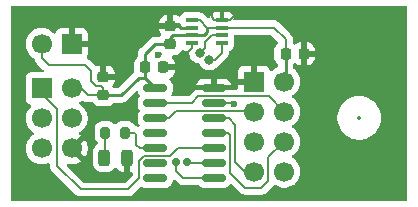
<source format=gtl>
%TF.GenerationSoftware,KiCad,Pcbnew,9.0.5*%
%TF.CreationDate,2025-11-26T16:17:29+01:00*%
%TF.ProjectId,Stacja_pogody_SD,53746163-6a61-45f7-906f-676f64795f53,rev?*%
%TF.SameCoordinates,Original*%
%TF.FileFunction,Copper,L1,Top*%
%TF.FilePolarity,Positive*%
%FSLAX46Y46*%
G04 Gerber Fmt 4.6, Leading zero omitted, Abs format (unit mm)*
G04 Created by KiCad (PCBNEW 9.0.5) date 2025-11-26 16:17:29*
%MOMM*%
%LPD*%
G01*
G04 APERTURE LIST*
G04 Aperture macros list*
%AMRoundRect*
0 Rectangle with rounded corners*
0 $1 Rounding radius*
0 $2 $3 $4 $5 $6 $7 $8 $9 X,Y pos of 4 corners*
0 Add a 4 corners polygon primitive as box body*
4,1,4,$2,$3,$4,$5,$6,$7,$8,$9,$2,$3,0*
0 Add four circle primitives for the rounded corners*
1,1,$1+$1,$2,$3*
1,1,$1+$1,$4,$5*
1,1,$1+$1,$6,$7*
1,1,$1+$1,$8,$9*
0 Add four rect primitives between the rounded corners*
20,1,$1+$1,$2,$3,$4,$5,0*
20,1,$1+$1,$4,$5,$6,$7,0*
20,1,$1+$1,$6,$7,$8,$9,0*
20,1,$1+$1,$8,$9,$2,$3,0*%
G04 Aperture macros list end*
%TA.AperFunction,SMDPad,CuDef*%
%ADD10R,1.000000X0.350000*%
%TD*%
%TA.AperFunction,ComponentPad*%
%ADD11R,1.700000X1.700000*%
%TD*%
%TA.AperFunction,ComponentPad*%
%ADD12C,1.700000*%
%TD*%
%TA.AperFunction,SMDPad,CuDef*%
%ADD13RoundRect,0.225000X-0.250000X0.225000X-0.250000X-0.225000X0.250000X-0.225000X0.250000X0.225000X0*%
%TD*%
%TA.AperFunction,SMDPad,CuDef*%
%ADD14RoundRect,0.200000X0.200000X0.275000X-0.200000X0.275000X-0.200000X-0.275000X0.200000X-0.275000X0*%
%TD*%
%TA.AperFunction,SMDPad,CuDef*%
%ADD15RoundRect,0.225000X0.225000X0.250000X-0.225000X0.250000X-0.225000X-0.250000X0.225000X-0.250000X0*%
%TD*%
%TA.AperFunction,SMDPad,CuDef*%
%ADD16RoundRect,0.243750X0.243750X0.456250X-0.243750X0.456250X-0.243750X-0.456250X0.243750X-0.456250X0*%
%TD*%
%TA.AperFunction,SMDPad,CuDef*%
%ADD17RoundRect,0.150000X-0.825000X-0.150000X0.825000X-0.150000X0.825000X0.150000X-0.825000X0.150000X0*%
%TD*%
%TA.AperFunction,ViaPad*%
%ADD18C,0.600000*%
%TD*%
%TA.AperFunction,ViaPad*%
%ADD19C,0.700000*%
%TD*%
%TA.AperFunction,ViaPad*%
%ADD20C,0.800000*%
%TD*%
%TA.AperFunction,Conductor*%
%ADD21C,0.200000*%
%TD*%
%TA.AperFunction,Conductor*%
%ADD22C,0.150000*%
%TD*%
%TA.AperFunction,Conductor*%
%ADD23C,0.250000*%
%TD*%
%ADD24C,0.300000*%
%ADD25C,0.350000*%
G04 APERTURE END LIST*
D10*
%TO.P,U3,1,GND*%
%TO.N,GND*%
X132390000Y-35710000D03*
%TO.P,U3,2,CSB*%
%TO.N,VCC*%
X132390000Y-36360000D03*
%TO.P,U3,3,SDI*%
%TO.N,/BME_SDA*%
X132390000Y-37010000D03*
%TO.P,U3,4,SCK*%
%TO.N,/BME_SCL*%
X132390000Y-37660000D03*
%TO.P,U3,5,SDO*%
%TO.N,GND*%
X129840000Y-37660000D03*
%TO.P,U3,6,VDDIO*%
%TO.N,VCC*%
X129840000Y-37010000D03*
%TO.P,U3,7,GND*%
%TO.N,GND*%
X129840000Y-36360000D03*
%TO.P,U3,8,VDD*%
%TO.N,VCC*%
X129840000Y-35710000D03*
%TD*%
D11*
%TO.P,J1,1,Pin_1*%
%TO.N,GND*%
X119645000Y-37750000D03*
D12*
%TO.P,J1,2,Pin_2*%
%TO.N,VCC*%
X117105000Y-37750000D03*
%TD*%
D11*
%TO.P,J2,1,Pin_1*%
%TO.N,/UPDI*%
X117115000Y-41500000D03*
D12*
%TO.P,J2,2,Pin_2*%
%TO.N,VCC*%
X119655000Y-41500000D03*
%TO.P,J2,3,Pin_3*%
%TO.N,unconnected-(J2-Pin_3-Pad3)*%
X117115000Y-44040000D03*
%TO.P,J2,4,Pin_4*%
%TO.N,unconnected-(J2-Pin_4-Pad4)*%
X119655000Y-44040000D03*
%TO.P,J2,5,Pin_5*%
%TO.N,unconnected-(J2-Pin_5-Pad5)*%
X117115000Y-46580000D03*
%TO.P,J2,6,Pin_6*%
%TO.N,GND*%
X119655000Y-46580000D03*
%TD*%
D13*
%TO.P,C1,1*%
%TO.N,GND*%
X128000000Y-36225000D03*
%TO.P,C1,2*%
%TO.N,VCC*%
X128000000Y-37775000D03*
%TD*%
D14*
%TO.P,R1,1*%
%TO.N,Net-(U2-PA7)*%
X124150000Y-45260000D03*
%TO.P,R1,2*%
%TO.N,Net-(D1-A)*%
X122500000Y-45260000D03*
%TD*%
D13*
%TO.P,C4,1*%
%TO.N,GND*%
X122325000Y-40535000D03*
%TO.P,C4,2*%
%TO.N,VCC*%
X122325000Y-42085000D03*
%TD*%
D15*
%TO.P,C3,1*%
%TO.N,GND*%
X127425000Y-39720000D03*
%TO.P,C3,2*%
%TO.N,VCC*%
X125875000Y-39720000D03*
%TD*%
D16*
%TO.P,D1,1,K*%
%TO.N,GND*%
X124302500Y-47370000D03*
%TO.P,D1,2,A*%
%TO.N,Net-(D1-A)*%
X122427500Y-47370000D03*
%TD*%
D15*
%TO.P,C2,1*%
%TO.N,GND*%
X139305000Y-38590000D03*
%TO.P,C2,2*%
%TO.N,VCC*%
X137755000Y-38590000D03*
%TD*%
D11*
%TO.P,U1,1,GND*%
%TO.N,GND*%
X135100000Y-40940000D03*
D12*
%TO.P,U1,2,VCC*%
%TO.N,VCC*%
X137640000Y-40940000D03*
%TO.P,U1,3,CE*%
%TO.N,/NRF_CE*%
X135100000Y-43480000D03*
%TO.P,U1,4,~{CSN}*%
%TO.N,/NRF_CSN*%
X137640000Y-43480000D03*
%TO.P,U1,5,SCK*%
%TO.N,/NRF_SCK*%
X135100000Y-46020000D03*
%TO.P,U1,6,MOSI*%
%TO.N,/NRF_MOSI*%
X137640000Y-46020000D03*
%TO.P,U1,7,MISO*%
%TO.N,/NRF_MISO*%
X135100000Y-48560000D03*
%TO.P,U1,8,IRQ*%
%TO.N,unconnected-(U1-IRQ-Pad8)*%
X137640000Y-48560000D03*
%TD*%
D17*
%TO.P,U2,1,VCC*%
%TO.N,VCC*%
X126735000Y-41497500D03*
%TO.P,U2,2,PA4*%
%TO.N,/NRF_CSN*%
X126735000Y-42767500D03*
%TO.P,U2,3,PA5*%
%TO.N,/NRF_CE*%
X126735000Y-44037500D03*
%TO.P,U2,4,PA6*%
%TO.N,unconnected-(U2-PA6-Pad4)*%
X126735000Y-45307500D03*
%TO.P,U2,5,PA7*%
%TO.N,Net-(U2-PA7)*%
X126735000Y-46577500D03*
%TO.P,U2,6,PB3*%
%TO.N,unconnected-(U2-PB3-Pad6)*%
X126735000Y-47847500D03*
%TO.P,U2,7,PB2*%
%TO.N,unconnected-(U2-PB2-Pad7)*%
X126735000Y-49117500D03*
%TO.P,U2,8,PB1*%
%TO.N,/BME_SDA*%
X131685000Y-49117500D03*
%TO.P,U2,9,PB0*%
%TO.N,/BME_SCL*%
X131685000Y-47847500D03*
%TO.P,U2,10,~{RESET}/PA0*%
%TO.N,/UPDI*%
X131685000Y-46577500D03*
%TO.P,U2,11,PA1*%
%TO.N,/NRF_MOSI*%
X131685000Y-45307500D03*
%TO.P,U2,12,PA2*%
%TO.N,/NRF_MISO*%
X131685000Y-44037500D03*
%TO.P,U2,13,PA3*%
%TO.N,/NRF_SCK*%
X131685000Y-42767500D03*
%TO.P,U2,14,GND*%
%TO.N,GND*%
X131685000Y-41497500D03*
%TD*%
D18*
%TO.N,GND*%
X134280000Y-35180000D03*
X126950000Y-38710000D03*
X131110000Y-34880000D03*
X124020000Y-49110000D03*
X140810000Y-39270000D03*
X135040000Y-38160000D03*
X126420000Y-36230000D03*
X132520000Y-39750000D03*
X123830000Y-40520000D03*
X120540000Y-48750000D03*
X121740000Y-49080000D03*
X128860000Y-39080000D03*
%TO.N,/NRF_SCK*%
X133400000Y-42840000D03*
D19*
%TO.N,/BME_SDA*%
X128500000Y-47720000D03*
D20*
X130500000Y-38500000D03*
%TO.N,/BME_SCL*%
X131304726Y-39093650D03*
D19*
X129398205Y-47776848D03*
%TD*%
D21*
%TO.N,GND*%
X131510000Y-35280000D02*
X131510000Y-35480000D01*
X131510000Y-35480000D02*
X131740000Y-35710000D01*
X131110000Y-34880000D02*
X131510000Y-35280000D01*
X131740000Y-35710000D02*
X132390000Y-35710000D01*
X133590000Y-35180000D02*
X134280000Y-35180000D01*
X133060000Y-35710000D02*
X133590000Y-35180000D01*
X132390000Y-35710000D02*
X133060000Y-35710000D01*
X129840000Y-38100000D02*
X128860000Y-39080000D01*
X129840000Y-37660000D02*
X129840000Y-38100000D01*
%TO.N,VCC*%
X117105000Y-38945000D02*
X117105000Y-37750000D01*
X117720000Y-39560000D02*
X117105000Y-38945000D01*
X120790000Y-39560000D02*
X117720000Y-39560000D01*
X121680000Y-41300000D02*
X121270000Y-40890000D01*
X121270000Y-40040000D02*
X120790000Y-39560000D01*
X122140000Y-41300000D02*
X121680000Y-41300000D01*
X121270000Y-40890000D02*
X121270000Y-40040000D01*
X122330000Y-41490000D02*
X122140000Y-41300000D01*
X122325000Y-42085000D02*
X122325000Y-41495000D01*
X122325000Y-41495000D02*
X122330000Y-41490000D01*
X120995000Y-42085000D02*
X122325000Y-42085000D01*
X119655000Y-41500000D02*
X120410000Y-41500000D01*
X120410000Y-41500000D02*
X120995000Y-42085000D01*
D22*
%TO.N,Net-(U2-PA7)*%
X125110000Y-45410000D02*
X125110000Y-46290000D01*
X124950000Y-45250000D02*
X125110000Y-45410000D01*
X125397500Y-46577500D02*
X126735000Y-46577500D01*
X124940000Y-45260000D02*
X124950000Y-45250000D01*
X125110000Y-46290000D02*
X125397500Y-46577500D01*
X124150000Y-45260000D02*
X124940000Y-45260000D01*
%TO.N,/NRF_CE*%
X128458500Y-43461500D02*
X135081500Y-43461500D01*
X127882500Y-44037500D02*
X128458500Y-43461500D01*
X126735000Y-44037500D02*
X127882500Y-44037500D01*
X135081500Y-43461500D02*
X135100000Y-43480000D01*
D23*
%TO.N,VCC*%
X125312500Y-40637500D02*
X125875000Y-40637500D01*
X123865000Y-42085000D02*
X125312500Y-40637500D01*
X122325000Y-42085000D02*
X123865000Y-42085000D01*
D22*
%TO.N,/NRF_MOSI*%
X136310000Y-49320000D02*
X136310000Y-47350000D01*
X133070000Y-48660000D02*
X134360000Y-49950000D01*
X133070000Y-45470000D02*
X133070000Y-48660000D01*
X134360000Y-49950000D02*
X135680000Y-49950000D01*
X135680000Y-49950000D02*
X136310000Y-49320000D01*
X132907500Y-45307500D02*
X133070000Y-45470000D01*
X131685000Y-45307500D02*
X132907500Y-45307500D01*
X136310000Y-47350000D02*
X137640000Y-46020000D01*
%TO.N,/NRF_MISO*%
X133500000Y-44590000D02*
X133500000Y-47760000D01*
X133500000Y-47760000D02*
X134300000Y-48560000D01*
X132947500Y-44037500D02*
X133500000Y-44590000D01*
X134300000Y-48560000D02*
X135100000Y-48560000D01*
X131685000Y-44037500D02*
X132947500Y-44037500D01*
%TO.N,/BME_SCL*%
X132390000Y-38500000D02*
X132390000Y-37660000D01*
X131796350Y-39093650D02*
X132390000Y-38500000D01*
X131304726Y-39093650D02*
X131796350Y-39093650D01*
%TO.N,/BME_SDA*%
X131490000Y-37010000D02*
X132390000Y-37010000D01*
X130950000Y-37550000D02*
X131490000Y-37010000D01*
X130950000Y-38050000D02*
X130950000Y-37550000D01*
X130500000Y-38500000D02*
X130950000Y-38050000D01*
D21*
%TO.N,VCC*%
X137755000Y-37345000D02*
X137755000Y-38590000D01*
X136770000Y-36360000D02*
X137755000Y-37345000D01*
X132390000Y-36360000D02*
X136770000Y-36360000D01*
D23*
X131150000Y-36710000D02*
X131150000Y-36360000D01*
X130850000Y-37010000D02*
X131150000Y-36710000D01*
X129840000Y-37010000D02*
X130850000Y-37010000D01*
D21*
X131150000Y-36360000D02*
X132390000Y-36360000D01*
X130500000Y-35710000D02*
X131150000Y-36360000D01*
X129840000Y-35710000D02*
X130500000Y-35710000D01*
D23*
X128210000Y-37010000D02*
X129840000Y-37010000D01*
X128000000Y-37220000D02*
X128210000Y-37010000D01*
X128000000Y-37775000D02*
X128000000Y-37220000D01*
%TO.N,GND*%
X128000000Y-36225000D02*
X128755000Y-36225000D01*
X128755000Y-36225000D02*
X128890000Y-36360000D01*
X128890000Y-36360000D02*
X129840000Y-36360000D01*
D21*
X128220000Y-39720000D02*
X128860000Y-39080000D01*
X124020000Y-49110000D02*
X124300000Y-48830000D01*
X127425000Y-39720000D02*
X128220000Y-39720000D01*
X122340000Y-40520000D02*
X122325000Y-40535000D01*
D23*
X134542500Y-41497500D02*
X135100000Y-40940000D01*
D21*
X124300000Y-48830000D02*
X124300000Y-48620000D01*
X124300000Y-48620000D02*
X124302500Y-48617500D01*
X124302500Y-48617500D02*
X124302500Y-47370000D01*
D23*
X128000000Y-36225000D02*
X126425000Y-36225000D01*
X126425000Y-36225000D02*
X126420000Y-36230000D01*
D21*
X123830000Y-40520000D02*
X122340000Y-40520000D01*
D23*
%TO.N,VCC*%
X125875000Y-40637500D02*
X126735000Y-41497500D01*
X125875000Y-40055000D02*
X125875000Y-39720000D01*
X125875000Y-38595000D02*
X126695000Y-37775000D01*
X137755000Y-38590000D02*
X137755000Y-40825000D01*
X125875000Y-39720000D02*
X125875000Y-40637500D01*
X125875000Y-39720000D02*
X125875000Y-38595000D01*
X137755000Y-40825000D02*
X137640000Y-40940000D01*
X126735000Y-41497500D02*
X126437500Y-41497500D01*
X119655000Y-41500000D02*
X119660000Y-41500000D01*
X126695000Y-37775000D02*
X128000000Y-37775000D01*
D22*
%TO.N,/NRF_SCK*%
X131685000Y-42767500D02*
X133327500Y-42767500D01*
X133327500Y-42767500D02*
X133400000Y-42840000D01*
%TO.N,/NRF_CSN*%
X126735000Y-42767500D02*
X129802500Y-42767500D01*
X130378500Y-42191500D02*
X136351500Y-42191500D01*
X129802500Y-42767500D02*
X130378500Y-42191500D01*
X136351500Y-42191500D02*
X137640000Y-43480000D01*
D23*
X126735000Y-42767500D02*
X127542500Y-42767500D01*
D22*
%TO.N,/BME_SDA*%
X129117500Y-49117500D02*
X128500000Y-48500000D01*
X128500000Y-48500000D02*
X128500000Y-47720000D01*
X131685000Y-49117500D02*
X129117500Y-49117500D01*
%TO.N,/BME_SCL*%
X131685000Y-47847500D02*
X129468857Y-47847500D01*
X129468857Y-47847500D02*
X129398205Y-47776848D01*
%TO.N,/UPDI*%
X125760888Y-47240000D02*
X125380000Y-47620888D01*
X117115000Y-41955000D02*
X117115000Y-41500000D01*
X127960000Y-47240000D02*
X125760888Y-47240000D01*
X125380000Y-47620888D02*
X125380000Y-49120000D01*
X118380000Y-48040000D02*
X118380000Y-43260000D01*
X128622500Y-46577500D02*
X127960000Y-47240000D01*
X131685000Y-46577500D02*
X128622500Y-46577500D01*
X118380000Y-43260000D02*
X118400000Y-43240000D01*
X125380000Y-49120000D02*
X124440000Y-50060000D01*
X124440000Y-50060000D02*
X120400000Y-50060000D01*
X118400000Y-43240000D02*
X117115000Y-41955000D01*
X120400000Y-50060000D02*
X118380000Y-48040000D01*
%TO.N,Net-(D1-A)*%
X122500000Y-47297500D02*
X122427500Y-47370000D01*
X122500000Y-45260000D02*
X122500000Y-47297500D01*
%TD*%
%TA.AperFunction,Conductor*%
%TO.N,GND*%
G36*
X125205111Y-41731992D02*
G01*
X125261044Y-41773864D01*
X125280853Y-41813579D01*
X125308254Y-41907893D01*
X125308255Y-41907896D01*
X125391917Y-42049362D01*
X125396702Y-42055531D01*
X125394256Y-42057427D01*
X125420857Y-42106142D01*
X125415873Y-42175834D01*
X125395069Y-42208203D01*
X125396702Y-42209469D01*
X125391917Y-42215637D01*
X125308255Y-42357103D01*
X125308254Y-42357106D01*
X125262402Y-42514926D01*
X125262401Y-42514932D01*
X125259500Y-42551798D01*
X125259500Y-42983201D01*
X125262401Y-43020067D01*
X125262402Y-43020073D01*
X125308254Y-43177893D01*
X125308255Y-43177896D01*
X125391917Y-43319362D01*
X125396702Y-43325531D01*
X125394256Y-43327427D01*
X125420857Y-43376142D01*
X125415873Y-43445834D01*
X125395069Y-43478203D01*
X125396702Y-43479469D01*
X125391917Y-43485637D01*
X125308255Y-43627103D01*
X125308254Y-43627106D01*
X125262402Y-43784926D01*
X125262401Y-43784932D01*
X125259500Y-43821798D01*
X125259500Y-44253201D01*
X125262401Y-44290067D01*
X125262402Y-44290073D01*
X125308254Y-44447893D01*
X125308255Y-44447896D01*
X125376940Y-44564037D01*
X125394123Y-44631761D01*
X125371963Y-44698024D01*
X125317497Y-44741787D01*
X125248017Y-44749156D01*
X125230367Y-44744583D01*
X125218788Y-44740654D01*
X125172135Y-44713719D01*
X125025766Y-44674500D01*
X125023810Y-44674500D01*
X125012622Y-44670704D01*
X124987226Y-44652852D01*
X124960709Y-44636689D01*
X124956826Y-44631482D01*
X124955461Y-44630523D01*
X124954678Y-44628602D01*
X124946346Y-44617429D01*
X124905472Y-44549815D01*
X124905470Y-44549813D01*
X124905469Y-44549811D01*
X124785188Y-44429530D01*
X124673131Y-44361789D01*
X124639606Y-44341522D01*
X124477196Y-44290914D01*
X124477194Y-44290913D01*
X124477192Y-44290913D01*
X124427778Y-44286423D01*
X124406616Y-44284500D01*
X123893384Y-44284500D01*
X123874145Y-44286248D01*
X123822807Y-44290913D01*
X123660393Y-44341522D01*
X123514811Y-44429530D01*
X123514810Y-44429531D01*
X123412681Y-44531661D01*
X123351358Y-44565146D01*
X123281666Y-44560162D01*
X123237319Y-44531661D01*
X123135188Y-44429530D01*
X123023131Y-44361789D01*
X122989606Y-44341522D01*
X122827196Y-44290914D01*
X122827194Y-44290913D01*
X122827192Y-44290913D01*
X122777778Y-44286423D01*
X122756616Y-44284500D01*
X122243384Y-44284500D01*
X122224145Y-44286248D01*
X122172807Y-44290913D01*
X122010393Y-44341522D01*
X121864811Y-44429530D01*
X121744530Y-44549811D01*
X121656522Y-44695393D01*
X121605913Y-44857807D01*
X121599500Y-44928386D01*
X121599500Y-45591613D01*
X121605913Y-45662192D01*
X121605913Y-45662194D01*
X121605914Y-45662196D01*
X121656522Y-45824606D01*
X121727257Y-45941616D01*
X121744530Y-45970188D01*
X121843952Y-46069610D01*
X121877437Y-46130933D01*
X121872453Y-46200625D01*
X121830581Y-46256558D01*
X121821369Y-46262829D01*
X121718997Y-46325973D01*
X121595974Y-46448996D01*
X121595971Y-46449000D01*
X121504642Y-46597066D01*
X121504637Y-46597077D01*
X121449913Y-46762223D01*
X121439500Y-46864144D01*
X121439500Y-47875855D01*
X121449913Y-47977776D01*
X121504637Y-48142922D01*
X121504642Y-48142933D01*
X121595971Y-48290999D01*
X121595974Y-48291003D01*
X121718996Y-48414025D01*
X121719000Y-48414028D01*
X121867066Y-48505357D01*
X121867069Y-48505358D01*
X121867075Y-48505362D01*
X122032225Y-48560087D01*
X122134152Y-48570500D01*
X122134157Y-48570500D01*
X122720843Y-48570500D01*
X122720848Y-48570500D01*
X122822775Y-48560087D01*
X122987925Y-48505362D01*
X123136003Y-48414026D01*
X123259026Y-48291003D01*
X123259755Y-48289821D01*
X123260466Y-48289181D01*
X123263507Y-48285336D01*
X123264163Y-48285855D01*
X123311701Y-48243097D01*
X123380664Y-48231873D01*
X123444746Y-48259715D01*
X123466761Y-48285123D01*
X123466888Y-48285023D01*
X123469113Y-48287838D01*
X123470833Y-48289822D01*
X123471365Y-48290685D01*
X123471369Y-48290690D01*
X123594308Y-48413629D01*
X123742285Y-48504903D01*
X123742290Y-48504905D01*
X123907326Y-48559592D01*
X124009184Y-48569999D01*
X124009197Y-48570000D01*
X124052500Y-48570000D01*
X124052500Y-47494000D01*
X124072185Y-47426961D01*
X124124989Y-47381206D01*
X124176500Y-47370000D01*
X124428500Y-47370000D01*
X124495539Y-47389685D01*
X124541294Y-47442489D01*
X124552500Y-47494000D01*
X124552500Y-48570000D01*
X124595803Y-48570000D01*
X124595815Y-48569999D01*
X124667897Y-48562635D01*
X124682971Y-48565437D01*
X124698147Y-48563255D01*
X124716622Y-48571692D01*
X124736590Y-48575404D01*
X124747756Y-48585910D01*
X124761703Y-48592280D01*
X124772683Y-48609365D01*
X124787475Y-48623284D01*
X124791751Y-48639037D01*
X124799477Y-48651058D01*
X124804500Y-48685993D01*
X124804500Y-48830258D01*
X124784815Y-48897297D01*
X124768181Y-48917939D01*
X124237939Y-49448181D01*
X124176616Y-49481666D01*
X124150258Y-49484500D01*
X120689742Y-49484500D01*
X120622703Y-49464815D01*
X120602061Y-49448181D01*
X119266249Y-48112369D01*
X119232764Y-48051046D01*
X119237748Y-47981354D01*
X119279620Y-47925421D01*
X119345084Y-47901004D01*
X119373328Y-47902215D01*
X119548754Y-47930000D01*
X119761246Y-47930000D01*
X119971127Y-47896757D01*
X119971130Y-47896757D01*
X120173217Y-47831095D01*
X120362554Y-47734622D01*
X120416716Y-47695270D01*
X120416717Y-47695270D01*
X119784409Y-47062962D01*
X119847993Y-47045925D01*
X119962007Y-46980099D01*
X120055099Y-46887007D01*
X120120925Y-46772993D01*
X120137962Y-46709408D01*
X120770270Y-47341717D01*
X120770270Y-47341716D01*
X120809622Y-47287554D01*
X120906095Y-47098217D01*
X120971757Y-46896130D01*
X120971757Y-46896127D01*
X121005000Y-46686246D01*
X121005000Y-46473753D01*
X120971757Y-46263872D01*
X120971757Y-46263869D01*
X120906095Y-46061782D01*
X120809624Y-45872449D01*
X120770270Y-45818282D01*
X120770269Y-45818282D01*
X120137962Y-46450590D01*
X120120925Y-46387007D01*
X120055099Y-46272993D01*
X119962007Y-46179901D01*
X119847993Y-46114075D01*
X119784407Y-46097036D01*
X120416716Y-45464728D01*
X120362547Y-45425373D01*
X120362547Y-45425372D01*
X120353500Y-45420763D01*
X120302706Y-45372788D01*
X120285912Y-45304966D01*
X120308451Y-45238832D01*
X120353508Y-45199793D01*
X120362816Y-45195051D01*
X120446015Y-45134604D01*
X120534786Y-45070109D01*
X120534788Y-45070106D01*
X120534792Y-45070104D01*
X120685104Y-44919792D01*
X120685106Y-44919788D01*
X120685109Y-44919786D01*
X120810048Y-44747820D01*
X120810047Y-44747820D01*
X120810051Y-44747816D01*
X120906557Y-44558412D01*
X120972246Y-44356243D01*
X121005500Y-44146287D01*
X121005500Y-43933713D01*
X120972246Y-43723757D01*
X120906557Y-43521588D01*
X120810051Y-43332184D01*
X120810049Y-43332181D01*
X120810048Y-43332179D01*
X120685109Y-43160213D01*
X120534786Y-43009890D01*
X120362820Y-42884951D01*
X120358926Y-42882967D01*
X120354054Y-42880485D01*
X120351256Y-42877842D01*
X120347523Y-42876906D01*
X120326059Y-42854045D01*
X120303259Y-42832512D01*
X120302333Y-42828775D01*
X120299698Y-42825968D01*
X120294000Y-42795127D01*
X120286463Y-42764692D01*
X120287704Y-42761048D01*
X120287005Y-42757261D01*
X120298886Y-42728233D01*
X120308999Y-42698556D01*
X120312436Y-42695128D01*
X120313472Y-42692599D01*
X120321705Y-42685886D01*
X120339203Y-42668441D01*
X120346315Y-42663458D01*
X120362816Y-42655051D01*
X120484034Y-42566981D01*
X120484907Y-42566370D01*
X120517026Y-42555530D01*
X120548974Y-42544131D01*
X120550056Y-42544382D01*
X120551108Y-42544028D01*
X120583997Y-42552275D01*
X120617028Y-42559957D01*
X120618494Y-42560926D01*
X120618879Y-42561023D01*
X120619269Y-42561438D01*
X120619643Y-42561686D01*
X120713095Y-42615639D01*
X120713097Y-42615641D01*
X120751151Y-42637611D01*
X120763215Y-42644577D01*
X120915943Y-42685501D01*
X120915946Y-42685501D01*
X121081653Y-42685501D01*
X121081669Y-42685500D01*
X121384996Y-42685500D01*
X121452035Y-42705185D01*
X121490535Y-42744404D01*
X121502031Y-42763043D01*
X121621955Y-42882967D01*
X121621959Y-42882970D01*
X121766294Y-42971998D01*
X121766297Y-42971999D01*
X121766303Y-42972003D01*
X121927292Y-43025349D01*
X122026655Y-43035500D01*
X122623344Y-43035499D01*
X122623352Y-43035498D01*
X122623355Y-43035498D01*
X122677760Y-43029940D01*
X122722708Y-43025349D01*
X122883697Y-42972003D01*
X123028044Y-42882968D01*
X123147968Y-42763044D01*
X123147971Y-42763038D01*
X123152276Y-42757595D01*
X123209296Y-42717215D01*
X123249547Y-42710500D01*
X123926607Y-42710500D01*
X123987029Y-42698481D01*
X124047452Y-42686463D01*
X124100475Y-42664500D01*
X124106281Y-42662094D01*
X124106288Y-42662093D01*
X124161281Y-42639314D01*
X124161280Y-42639314D01*
X124161286Y-42639312D01*
X124212509Y-42605084D01*
X124263733Y-42570858D01*
X124350858Y-42483733D01*
X124350859Y-42483731D01*
X124357925Y-42476665D01*
X124357927Y-42476661D01*
X125074097Y-41760492D01*
X125135419Y-41727008D01*
X125205111Y-41731992D01*
G37*
%TD.AperFunction*%
%TA.AperFunction,Conductor*%
G36*
X136536942Y-36980185D02*
G01*
X136557584Y-36996819D01*
X137118181Y-37557416D01*
X137132884Y-37584343D01*
X137149477Y-37610162D01*
X137150368Y-37616362D01*
X137151666Y-37618739D01*
X137154500Y-37645097D01*
X137154500Y-37649995D01*
X137134815Y-37717034D01*
X137095600Y-37755532D01*
X137076954Y-37767033D01*
X136957029Y-37886959D01*
X136868001Y-38031294D01*
X136867996Y-38031305D01*
X136814651Y-38192290D01*
X136804500Y-38291647D01*
X136804500Y-38888337D01*
X136804501Y-38888355D01*
X136814650Y-38987707D01*
X136814651Y-38987710D01*
X136867996Y-39148694D01*
X136868001Y-39148705D01*
X136957029Y-39293040D01*
X136957032Y-39293044D01*
X137076956Y-39412968D01*
X137076963Y-39412972D01*
X137082404Y-39417274D01*
X137084074Y-39419632D01*
X137086703Y-39420833D01*
X137104140Y-39447966D01*
X137122785Y-39474293D01*
X137123389Y-39477919D01*
X137124477Y-39479611D01*
X137129500Y-39514546D01*
X137129500Y-39608424D01*
X137109815Y-39675463D01*
X137061795Y-39718909D01*
X136932179Y-39784951D01*
X136760215Y-39909889D01*
X136646285Y-40023819D01*
X136584962Y-40057303D01*
X136515270Y-40052319D01*
X136459337Y-40010447D01*
X136442422Y-39979470D01*
X136393354Y-39847913D01*
X136393350Y-39847906D01*
X136307190Y-39732812D01*
X136307187Y-39732809D01*
X136192093Y-39646649D01*
X136192086Y-39646645D01*
X136057379Y-39596403D01*
X136057372Y-39596401D01*
X135997844Y-39590000D01*
X135350000Y-39590000D01*
X135350000Y-40506988D01*
X135292993Y-40474075D01*
X135165826Y-40440000D01*
X135034174Y-40440000D01*
X134907007Y-40474075D01*
X134850000Y-40506988D01*
X134850000Y-39590000D01*
X134202155Y-39590000D01*
X134142627Y-39596401D01*
X134142620Y-39596403D01*
X134007913Y-39646645D01*
X134007906Y-39646649D01*
X133892812Y-39732809D01*
X133892809Y-39732812D01*
X133806649Y-39847906D01*
X133806645Y-39847913D01*
X133756403Y-39982620D01*
X133756401Y-39982627D01*
X133750000Y-40042155D01*
X133750000Y-40690000D01*
X134666988Y-40690000D01*
X134634075Y-40747007D01*
X134600000Y-40874174D01*
X134600000Y-41005826D01*
X134634075Y-41132993D01*
X134666988Y-41190000D01*
X133750000Y-41190000D01*
X133750000Y-41492000D01*
X133730315Y-41559039D01*
X133677511Y-41604794D01*
X133626000Y-41616000D01*
X130302733Y-41616000D01*
X130156363Y-41655219D01*
X130025135Y-41730985D01*
X130025132Y-41730987D01*
X129600439Y-42155681D01*
X129539116Y-42189166D01*
X129512758Y-42192000D01*
X128211122Y-42192000D01*
X128144083Y-42172315D01*
X128098328Y-42119511D01*
X128088384Y-42050353D01*
X128104390Y-42004879D01*
X128111343Y-41993120D01*
X128161744Y-41907898D01*
X128207598Y-41750069D01*
X128210500Y-41713194D01*
X128210500Y-41281806D01*
X128207800Y-41247498D01*
X130212704Y-41247498D01*
X130212705Y-41247500D01*
X131435000Y-41247500D01*
X131935000Y-41247500D01*
X133157295Y-41247500D01*
X133157295Y-41247498D01*
X133157100Y-41245013D01*
X133111281Y-41087301D01*
X133027685Y-40945947D01*
X133027678Y-40945938D01*
X132911561Y-40829821D01*
X132911552Y-40829814D01*
X132770196Y-40746217D01*
X132770193Y-40746216D01*
X132612495Y-40700400D01*
X132612489Y-40700399D01*
X132575649Y-40697500D01*
X131935000Y-40697500D01*
X131935000Y-41247500D01*
X131435000Y-41247500D01*
X131435000Y-40697500D01*
X130794350Y-40697500D01*
X130757510Y-40700399D01*
X130757504Y-40700400D01*
X130599806Y-40746216D01*
X130599803Y-40746217D01*
X130458447Y-40829814D01*
X130458438Y-40829821D01*
X130342321Y-40945938D01*
X130342314Y-40945947D01*
X130258718Y-41087301D01*
X130212899Y-41245013D01*
X130212704Y-41247498D01*
X128207800Y-41247498D01*
X128207598Y-41244931D01*
X128198243Y-41212732D01*
X128161745Y-41087106D01*
X128161744Y-41087103D01*
X128161744Y-41087102D01*
X128078081Y-40945635D01*
X128078079Y-40945633D01*
X128078076Y-40945629D01*
X127961866Y-40829419D01*
X127959593Y-40827656D01*
X127958267Y-40825820D01*
X127956349Y-40823902D01*
X127956658Y-40823592D01*
X127918685Y-40771014D01*
X127914895Y-40701247D01*
X127949425Y-40640506D01*
X127970495Y-40624137D01*
X128102733Y-40542571D01*
X128222572Y-40422732D01*
X128222575Y-40422728D01*
X128311542Y-40278492D01*
X128311547Y-40278481D01*
X128364855Y-40117606D01*
X128374999Y-40018322D01*
X128375000Y-40018309D01*
X128375000Y-39970000D01*
X127549000Y-39970000D01*
X127481961Y-39950315D01*
X127436206Y-39897511D01*
X127425000Y-39846000D01*
X127425000Y-39594000D01*
X127444685Y-39526961D01*
X127497489Y-39481206D01*
X127549000Y-39470000D01*
X128374999Y-39470000D01*
X128374999Y-39421692D01*
X128374998Y-39421677D01*
X128364855Y-39322392D01*
X128311547Y-39161518D01*
X128311542Y-39161507D01*
X128222575Y-39017271D01*
X128222572Y-39017267D01*
X128142485Y-38937180D01*
X128109000Y-38875857D01*
X128113984Y-38806165D01*
X128155856Y-38750232D01*
X128221320Y-38725815D01*
X128230162Y-38725499D01*
X128298344Y-38725499D01*
X128298352Y-38725498D01*
X128298355Y-38725498D01*
X128352760Y-38719940D01*
X128397708Y-38715349D01*
X128558697Y-38662003D01*
X128703044Y-38572968D01*
X128822968Y-38453044D01*
X128912003Y-38308697D01*
X128912005Y-38308690D01*
X128912301Y-38308211D01*
X128964249Y-38261487D01*
X129033212Y-38250264D01*
X129092151Y-38274041D01*
X129097911Y-38278352D01*
X129097913Y-38278354D01*
X129232620Y-38328596D01*
X129232627Y-38328598D01*
X129292155Y-38334999D01*
X129292172Y-38335000D01*
X129475500Y-38335000D01*
X129542539Y-38354685D01*
X129588294Y-38407489D01*
X129599500Y-38459000D01*
X129599500Y-38588695D01*
X129634103Y-38762658D01*
X129634106Y-38762667D01*
X129701983Y-38926540D01*
X129701990Y-38926553D01*
X129800535Y-39074034D01*
X129800538Y-39074038D01*
X129925961Y-39199461D01*
X129925965Y-39199464D01*
X130073446Y-39298009D01*
X130073459Y-39298016D01*
X130196363Y-39348923D01*
X130237334Y-39365894D01*
X130237336Y-39365894D01*
X130237341Y-39365896D01*
X130396241Y-39397503D01*
X130458152Y-39429888D01*
X130486611Y-39471667D01*
X130506711Y-39520194D01*
X130605261Y-39667684D01*
X130605264Y-39667688D01*
X130730687Y-39793111D01*
X130730691Y-39793114D01*
X130878172Y-39891659D01*
X130878185Y-39891666D01*
X130989625Y-39937825D01*
X131042060Y-39959544D01*
X131042062Y-39959544D01*
X131042067Y-39959546D01*
X131216030Y-39994149D01*
X131216033Y-39994150D01*
X131216035Y-39994150D01*
X131393419Y-39994150D01*
X131393420Y-39994149D01*
X131467218Y-39979470D01*
X131567384Y-39959546D01*
X131567387Y-39959544D01*
X131567392Y-39959544D01*
X131641818Y-39928716D01*
X131652504Y-39924290D01*
X131731267Y-39891666D01*
X131731270Y-39891664D01*
X131731273Y-39891663D01*
X131878761Y-39793114D01*
X132004190Y-39667685D01*
X132020219Y-39643694D01*
X132061318Y-39605200D01*
X132149715Y-39554165D01*
X132850515Y-38853365D01*
X132926281Y-38722135D01*
X132965500Y-38575766D01*
X132965500Y-38427115D01*
X132985185Y-38360076D01*
X133037989Y-38314321D01*
X133046167Y-38310933D01*
X133053465Y-38308211D01*
X133132331Y-38278796D01*
X133247546Y-38192546D01*
X133333796Y-38077331D01*
X133384091Y-37942483D01*
X133390500Y-37882873D01*
X133390499Y-37437128D01*
X133384091Y-37377517D01*
X133384090Y-37377515D01*
X133384090Y-37377512D01*
X133382308Y-37369969D01*
X133383773Y-37369622D01*
X133379409Y-37308651D01*
X133383819Y-37293633D01*
X133384089Y-37292488D01*
X133384088Y-37292488D01*
X133384091Y-37292483D01*
X133390500Y-37232873D01*
X133390499Y-37084499D01*
X133410183Y-37017461D01*
X133462987Y-36971706D01*
X133514499Y-36960500D01*
X136469903Y-36960500D01*
X136536942Y-36980185D01*
G37*
%TD.AperFunction*%
%TA.AperFunction,Conductor*%
G36*
X127105585Y-38409347D02*
G01*
X127136204Y-38416401D01*
X127140290Y-38419538D01*
X127142492Y-38420185D01*
X127150010Y-38427001D01*
X127164198Y-38437895D01*
X127173682Y-38447614D01*
X127177032Y-38453044D01*
X127257885Y-38533897D01*
X127258371Y-38534395D01*
X127274404Y-38564630D01*
X127290792Y-38594641D01*
X127290735Y-38595425D01*
X127291105Y-38596122D01*
X127288248Y-38630207D01*
X127285808Y-38664333D01*
X127285335Y-38664963D01*
X127285270Y-38665748D01*
X127264435Y-38692883D01*
X127243937Y-38720267D01*
X127243199Y-38720541D01*
X127242720Y-38721167D01*
X127210508Y-38732735D01*
X127178473Y-38744684D01*
X127177703Y-38744516D01*
X127176962Y-38744783D01*
X127169632Y-38745000D01*
X127151695Y-38745000D01*
X127151676Y-38745001D01*
X127052392Y-38755144D01*
X126891518Y-38808452D01*
X126884968Y-38811507D01*
X126884218Y-38809898D01*
X126825725Y-38825898D01*
X126759063Y-38804969D01*
X126714299Y-38751323D01*
X126705644Y-38681991D01*
X126735846Y-38618987D01*
X126740332Y-38614257D01*
X126917771Y-38436819D01*
X126979094Y-38403334D01*
X127005452Y-38400500D01*
X127075453Y-38400500D01*
X127105585Y-38409347D01*
G37*
%TD.AperFunction*%
%TA.AperFunction,Conductor*%
G36*
X148001917Y-34520185D02*
G01*
X148047672Y-34572989D01*
X148058878Y-34624500D01*
X148058878Y-50936122D01*
X148039193Y-51003161D01*
X147986389Y-51048916D01*
X147934878Y-51060122D01*
X114624500Y-51060122D01*
X114557461Y-51040437D01*
X114511706Y-50987633D01*
X114500500Y-50936122D01*
X114500500Y-37643713D01*
X115754500Y-37643713D01*
X115754500Y-37856287D01*
X115758711Y-37882873D01*
X115782218Y-38031294D01*
X115787754Y-38066243D01*
X115847546Y-38250264D01*
X115853444Y-38268414D01*
X115949951Y-38457820D01*
X116074890Y-38629786D01*
X116074896Y-38629792D01*
X116225208Y-38780104D01*
X116397184Y-38905051D01*
X116437291Y-38925486D01*
X116488087Y-38973460D01*
X116499402Y-38999145D01*
X116504499Y-39015533D01*
X116504499Y-39024057D01*
X116545423Y-39176785D01*
X116558517Y-39199464D01*
X116565428Y-39211434D01*
X116565429Y-39211437D01*
X116624475Y-39313709D01*
X116624481Y-39313717D01*
X116743349Y-39432585D01*
X116743355Y-39432590D01*
X117239478Y-39928713D01*
X117239480Y-39928716D01*
X117248589Y-39937825D01*
X117266154Y-39970000D01*
X117282067Y-39999142D01*
X117282066Y-39999146D01*
X117282069Y-39999151D01*
X117279702Y-40032219D01*
X117277083Y-40068834D01*
X117277080Y-40068837D01*
X117277080Y-40068842D01*
X117258902Y-40093121D01*
X117235211Y-40124767D01*
X117235207Y-40124768D01*
X117235204Y-40124773D01*
X117196590Y-40139171D01*
X117169747Y-40149184D01*
X117169740Y-40149184D01*
X117169738Y-40149185D01*
X117169735Y-40149184D01*
X117160901Y-40149500D01*
X116217129Y-40149500D01*
X116217123Y-40149501D01*
X116157516Y-40155908D01*
X116022671Y-40206202D01*
X116022664Y-40206206D01*
X115907455Y-40292452D01*
X115907452Y-40292455D01*
X115821206Y-40407664D01*
X115821202Y-40407671D01*
X115770908Y-40542517D01*
X115764501Y-40602116D01*
X115764500Y-40602135D01*
X115764500Y-42397870D01*
X115764501Y-42397876D01*
X115770908Y-42457483D01*
X115821202Y-42592328D01*
X115821206Y-42592335D01*
X115907452Y-42707544D01*
X115907455Y-42707547D01*
X116022664Y-42793793D01*
X116022671Y-42793797D01*
X116154082Y-42842810D01*
X116210016Y-42884681D01*
X116234433Y-42950145D01*
X116219582Y-43018418D01*
X116198431Y-43046673D01*
X116084889Y-43160215D01*
X115959951Y-43332179D01*
X115863444Y-43521585D01*
X115797753Y-43723760D01*
X115764500Y-43933713D01*
X115764500Y-44146286D01*
X115787406Y-44290913D01*
X115797754Y-44356243D01*
X115860648Y-44549811D01*
X115863444Y-44558414D01*
X115959951Y-44747820D01*
X116084890Y-44919786D01*
X116235213Y-45070109D01*
X116407182Y-45195050D01*
X116415946Y-45199516D01*
X116466742Y-45247491D01*
X116483536Y-45315312D01*
X116460998Y-45381447D01*
X116415946Y-45420484D01*
X116407182Y-45424949D01*
X116235213Y-45549890D01*
X116084890Y-45700213D01*
X115959951Y-45872179D01*
X115863444Y-46061585D01*
X115863443Y-46061587D01*
X115863443Y-46061588D01*
X115842052Y-46127422D01*
X115797753Y-46263760D01*
X115764500Y-46473713D01*
X115764500Y-46686286D01*
X115797735Y-46896127D01*
X115797754Y-46896243D01*
X115856289Y-47076395D01*
X115863444Y-47098414D01*
X115959951Y-47287820D01*
X116084890Y-47459786D01*
X116235213Y-47610109D01*
X116407179Y-47735048D01*
X116407181Y-47735049D01*
X116407184Y-47735051D01*
X116596588Y-47831557D01*
X116798757Y-47897246D01*
X117008713Y-47930500D01*
X117008714Y-47930500D01*
X117221286Y-47930500D01*
X117221287Y-47930500D01*
X117431243Y-47897246D01*
X117633412Y-47831557D01*
X117633413Y-47831556D01*
X117638046Y-47830051D01*
X117638397Y-47831131D01*
X117702521Y-47824240D01*
X117764999Y-47855517D01*
X117800649Y-47915608D01*
X117804500Y-47946269D01*
X117804500Y-47964234D01*
X117804500Y-48115766D01*
X117811777Y-48142925D01*
X117843719Y-48262136D01*
X117881602Y-48327750D01*
X117919485Y-48393365D01*
X119939485Y-50413365D01*
X120046635Y-50520515D01*
X120177865Y-50596281D01*
X120324233Y-50635500D01*
X120324234Y-50635500D01*
X120324235Y-50635500D01*
X124515764Y-50635500D01*
X124515766Y-50635500D01*
X124662135Y-50596281D01*
X124793365Y-50520515D01*
X125452794Y-49861084D01*
X125514115Y-49827601D01*
X125583806Y-49832585D01*
X125603593Y-49842034D01*
X125649602Y-49869244D01*
X125677145Y-49877246D01*
X125807426Y-49915097D01*
X125807429Y-49915097D01*
X125807431Y-49915098D01*
X125844306Y-49918000D01*
X125844314Y-49918000D01*
X127625686Y-49918000D01*
X127625694Y-49918000D01*
X127662569Y-49915098D01*
X127662571Y-49915097D01*
X127662573Y-49915097D01*
X127704191Y-49903005D01*
X127820398Y-49869244D01*
X127961865Y-49785581D01*
X128078081Y-49669365D01*
X128161744Y-49527898D01*
X128207598Y-49370069D01*
X128210500Y-49333194D01*
X128210500Y-49323742D01*
X128230185Y-49256703D01*
X128282989Y-49210948D01*
X128352147Y-49201004D01*
X128415703Y-49230029D01*
X128422181Y-49236061D01*
X128656985Y-49470865D01*
X128764135Y-49578015D01*
X128895365Y-49653781D01*
X129041734Y-49693000D01*
X130314192Y-49693000D01*
X130381231Y-49712685D01*
X130401868Y-49729314D01*
X130458135Y-49785581D01*
X130599602Y-49869244D01*
X130627145Y-49877246D01*
X130757426Y-49915097D01*
X130757429Y-49915097D01*
X130757431Y-49915098D01*
X130794306Y-49918000D01*
X130794314Y-49918000D01*
X132575686Y-49918000D01*
X132575694Y-49918000D01*
X132612569Y-49915098D01*
X132612571Y-49915097D01*
X132612573Y-49915097D01*
X132654191Y-49903005D01*
X132770398Y-49869244D01*
X132911865Y-49785581D01*
X133028081Y-49669365D01*
X133034929Y-49657784D01*
X133085996Y-49610101D01*
X133154737Y-49597595D01*
X133219327Y-49624239D01*
X133229343Y-49633223D01*
X133899485Y-50303365D01*
X134006635Y-50410515D01*
X134137865Y-50486281D01*
X134284233Y-50525500D01*
X134284234Y-50525500D01*
X134284235Y-50525500D01*
X135755764Y-50525500D01*
X135755766Y-50525500D01*
X135902135Y-50486281D01*
X136033365Y-50410515D01*
X136739517Y-49704362D01*
X136800838Y-49670879D01*
X136870529Y-49675863D01*
X136900080Y-49691726D01*
X136932184Y-49715051D01*
X137121588Y-49811557D01*
X137323757Y-49877246D01*
X137533713Y-49910500D01*
X137533714Y-49910500D01*
X137746286Y-49910500D01*
X137746287Y-49910500D01*
X137956243Y-49877246D01*
X138158412Y-49811557D01*
X138347816Y-49715051D01*
X138432149Y-49653780D01*
X138519786Y-49590109D01*
X138519788Y-49590106D01*
X138519792Y-49590104D01*
X138670104Y-49439792D01*
X138670106Y-49439788D01*
X138670109Y-49439786D01*
X138795048Y-49267820D01*
X138795047Y-49267820D01*
X138795051Y-49267816D01*
X138891557Y-49078412D01*
X138957246Y-48876243D01*
X138990500Y-48666287D01*
X138990500Y-48453713D01*
X138957246Y-48243757D01*
X138891557Y-48041588D01*
X138795051Y-47852184D01*
X138795049Y-47852181D01*
X138795048Y-47852179D01*
X138670109Y-47680213D01*
X138519786Y-47529890D01*
X138347820Y-47404951D01*
X138347115Y-47404591D01*
X138339054Y-47400485D01*
X138288259Y-47352512D01*
X138271463Y-47284692D01*
X138293999Y-47218556D01*
X138339054Y-47179515D01*
X138347816Y-47175051D01*
X138453299Y-47098414D01*
X138519786Y-47050109D01*
X138519788Y-47050106D01*
X138519792Y-47050104D01*
X138670104Y-46899792D01*
X138670106Y-46899788D01*
X138670109Y-46899786D01*
X138795048Y-46727820D01*
X138795047Y-46727820D01*
X138795051Y-46727816D01*
X138891557Y-46538412D01*
X138957246Y-46336243D01*
X138990500Y-46126287D01*
X138990500Y-45913713D01*
X138957246Y-45703757D01*
X138891557Y-45501588D01*
X138795051Y-45312184D01*
X138795049Y-45312181D01*
X138795048Y-45312179D01*
X138670109Y-45140213D01*
X138519786Y-44989890D01*
X138347820Y-44864951D01*
X138347115Y-44864591D01*
X138339054Y-44860485D01*
X138288259Y-44812512D01*
X138271463Y-44744692D01*
X138293999Y-44678556D01*
X138339054Y-44639515D01*
X138347816Y-44635051D01*
X138372071Y-44617429D01*
X138519786Y-44510109D01*
X138519788Y-44510106D01*
X138519792Y-44510104D01*
X138670104Y-44359792D01*
X138670106Y-44359788D01*
X138670109Y-44359786D01*
X138795048Y-44187820D01*
X138795047Y-44187820D01*
X138795051Y-44187816D01*
X138891557Y-43998412D01*
X138930450Y-43878711D01*
X142149500Y-43878711D01*
X142149500Y-44121288D01*
X142181161Y-44361785D01*
X142243947Y-44596104D01*
X142336773Y-44820205D01*
X142336776Y-44820212D01*
X142458064Y-45030289D01*
X142458066Y-45030292D01*
X142458067Y-45030293D01*
X142605733Y-45222736D01*
X142605739Y-45222743D01*
X142777256Y-45394260D01*
X142777263Y-45394266D01*
X142817803Y-45425373D01*
X142969711Y-45541936D01*
X143179788Y-45663224D01*
X143403900Y-45756054D01*
X143638211Y-45818838D01*
X143818586Y-45842584D01*
X143878711Y-45850500D01*
X143878712Y-45850500D01*
X144121289Y-45850500D01*
X144169388Y-45844167D01*
X144361789Y-45818838D01*
X144596100Y-45756054D01*
X144820212Y-45663224D01*
X145030289Y-45541936D01*
X145222738Y-45394265D01*
X145394265Y-45222738D01*
X145541936Y-45030289D01*
X145663224Y-44820212D01*
X145756054Y-44596100D01*
X145818838Y-44361789D01*
X145850500Y-44121288D01*
X145850500Y-43878712D01*
X145818838Y-43638211D01*
X145756054Y-43403900D01*
X145663224Y-43179788D01*
X145541936Y-42969711D01*
X145406950Y-42793793D01*
X145394266Y-42777263D01*
X145394260Y-42777256D01*
X145222743Y-42605739D01*
X145222736Y-42605733D01*
X145030293Y-42458067D01*
X145030292Y-42458066D01*
X145030289Y-42458064D01*
X144820212Y-42336776D01*
X144791659Y-42324949D01*
X144596104Y-42243947D01*
X144449603Y-42204692D01*
X144361789Y-42181162D01*
X144361788Y-42181161D01*
X144361785Y-42181161D01*
X144121289Y-42149500D01*
X144121288Y-42149500D01*
X143878712Y-42149500D01*
X143878711Y-42149500D01*
X143638214Y-42181161D01*
X143403895Y-42243947D01*
X143179794Y-42336773D01*
X143179785Y-42336777D01*
X142997851Y-42441817D01*
X142970718Y-42457483D01*
X142969706Y-42458067D01*
X142777263Y-42605733D01*
X142777256Y-42605739D01*
X142605739Y-42777256D01*
X142605733Y-42777263D01*
X142458067Y-42969706D01*
X142336777Y-43179785D01*
X142336773Y-43179794D01*
X142243947Y-43403895D01*
X142181161Y-43638214D01*
X142149500Y-43878711D01*
X138930450Y-43878711D01*
X138957246Y-43796243D01*
X138990500Y-43586287D01*
X138990500Y-43373713D01*
X138957246Y-43163757D01*
X138891557Y-42961588D01*
X138795051Y-42772184D01*
X138795049Y-42772181D01*
X138795048Y-42772179D01*
X138670109Y-42600213D01*
X138519786Y-42449890D01*
X138347820Y-42324951D01*
X138347115Y-42324591D01*
X138339054Y-42320485D01*
X138288259Y-42272512D01*
X138271463Y-42204692D01*
X138293999Y-42138556D01*
X138339054Y-42099515D01*
X138347816Y-42095051D01*
X138369789Y-42079086D01*
X138519786Y-41970109D01*
X138519788Y-41970106D01*
X138519792Y-41970104D01*
X138670104Y-41819792D01*
X138670106Y-41819788D01*
X138670109Y-41819786D01*
X138795048Y-41647820D01*
X138795047Y-41647820D01*
X138795051Y-41647816D01*
X138891557Y-41458412D01*
X138957246Y-41256243D01*
X138990500Y-41046287D01*
X138990500Y-40833713D01*
X138957246Y-40623757D01*
X138891557Y-40421588D01*
X138795051Y-40232184D01*
X138795049Y-40232181D01*
X138795048Y-40232179D01*
X138670109Y-40060213D01*
X138519790Y-39909894D01*
X138519785Y-39909890D01*
X138431615Y-39845831D01*
X138428274Y-39841499D01*
X138423297Y-39839226D01*
X138407164Y-39814123D01*
X138388949Y-39790501D01*
X138387696Y-39783829D01*
X138385523Y-39780448D01*
X138380500Y-39745513D01*
X138380500Y-39514547D01*
X138400185Y-39447508D01*
X138427595Y-39417276D01*
X138433041Y-39412969D01*
X138433044Y-39412968D01*
X138442668Y-39403343D01*
X138503987Y-39369856D01*
X138573679Y-39374835D01*
X138618034Y-39403339D01*
X138627267Y-39412572D01*
X138627271Y-39412575D01*
X138771507Y-39501542D01*
X138771518Y-39501547D01*
X138932393Y-39554855D01*
X139031683Y-39564999D01*
X139555000Y-39564999D01*
X139578308Y-39564999D01*
X139578322Y-39564998D01*
X139677607Y-39554855D01*
X139838481Y-39501547D01*
X139838492Y-39501542D01*
X139982728Y-39412575D01*
X139982732Y-39412572D01*
X140102572Y-39292732D01*
X140102575Y-39292728D01*
X140191542Y-39148492D01*
X140191547Y-39148481D01*
X140244855Y-38987606D01*
X140254999Y-38888322D01*
X140255000Y-38888309D01*
X140255000Y-38840000D01*
X139555000Y-38840000D01*
X139555000Y-39564999D01*
X139031683Y-39564999D01*
X139055000Y-39564998D01*
X139055000Y-38340000D01*
X139555000Y-38340000D01*
X140254999Y-38340000D01*
X140254999Y-38291692D01*
X140254998Y-38291677D01*
X140244855Y-38192392D01*
X140191547Y-38031518D01*
X140191542Y-38031507D01*
X140102575Y-37887271D01*
X140102572Y-37887267D01*
X139982732Y-37767427D01*
X139982728Y-37767424D01*
X139838492Y-37678457D01*
X139838481Y-37678452D01*
X139677606Y-37625144D01*
X139578322Y-37615000D01*
X139555000Y-37615000D01*
X139555000Y-38340000D01*
X139055000Y-38340000D01*
X139055000Y-37614999D01*
X139031693Y-37615000D01*
X139031674Y-37615001D01*
X138932392Y-37625144D01*
X138771518Y-37678452D01*
X138771507Y-37678457D01*
X138627271Y-37767424D01*
X138627264Y-37767430D01*
X138618028Y-37776665D01*
X138617384Y-37777016D01*
X138617026Y-37777656D01*
X138586752Y-37793740D01*
X138556703Y-37810146D01*
X138555972Y-37810093D01*
X138555324Y-37810438D01*
X138521164Y-37807601D01*
X138487011Y-37805157D01*
X138486180Y-37804697D01*
X138485694Y-37804657D01*
X138483338Y-37803124D01*
X138454913Y-37787389D01*
X138448435Y-37782423D01*
X138433044Y-37767032D01*
X138409054Y-37752234D01*
X138404060Y-37748406D01*
X138387003Y-37725071D01*
X138367677Y-37703582D01*
X138366043Y-37696394D01*
X138362830Y-37691998D01*
X138362034Y-37678752D01*
X138355500Y-37649995D01*
X138355500Y-37265945D01*
X138355500Y-37265943D01*
X138314577Y-37113216D01*
X138297190Y-37083101D01*
X138235524Y-36976290D01*
X138235521Y-36976286D01*
X138235520Y-36976284D01*
X138123716Y-36864480D01*
X138123715Y-36864479D01*
X138119385Y-36860149D01*
X138119374Y-36860139D01*
X137257590Y-35998355D01*
X137257588Y-35998352D01*
X137138717Y-35879481D01*
X137138716Y-35879480D01*
X137051904Y-35829360D01*
X137051904Y-35829359D01*
X137051900Y-35829358D01*
X137001785Y-35800423D01*
X136849057Y-35759499D01*
X136690943Y-35759499D01*
X136683347Y-35759499D01*
X136683331Y-35759500D01*
X133464862Y-35759500D01*
X133397823Y-35739815D01*
X133352068Y-35687011D01*
X133342124Y-35617853D01*
X133371149Y-35554297D01*
X133377181Y-35547819D01*
X133390000Y-35535000D01*
X133390000Y-35487172D01*
X133389999Y-35487155D01*
X133383598Y-35427627D01*
X133383596Y-35427620D01*
X133333354Y-35292913D01*
X133333350Y-35292906D01*
X133247190Y-35177812D01*
X133247187Y-35177809D01*
X133132093Y-35091649D01*
X133132086Y-35091645D01*
X132997379Y-35041403D01*
X132997372Y-35041401D01*
X132937844Y-35035000D01*
X132565000Y-35035000D01*
X132565000Y-35560500D01*
X132562449Y-35569185D01*
X132563738Y-35578147D01*
X132552759Y-35602187D01*
X132545315Y-35627539D01*
X132538474Y-35633466D01*
X132534713Y-35641703D01*
X132512478Y-35655992D01*
X132492511Y-35673294D01*
X132481996Y-35675581D01*
X132475935Y-35679477D01*
X132441000Y-35684500D01*
X132339000Y-35684500D01*
X132271961Y-35664815D01*
X132226206Y-35612011D01*
X132215000Y-35560500D01*
X132215000Y-35035000D01*
X131842155Y-35035000D01*
X131782627Y-35041401D01*
X131782620Y-35041403D01*
X131647913Y-35091645D01*
X131647906Y-35091649D01*
X131532812Y-35177809D01*
X131532809Y-35177812D01*
X131446649Y-35292906D01*
X131446645Y-35292913D01*
X131396403Y-35427620D01*
X131396401Y-35427625D01*
X131392115Y-35467488D01*
X131365375Y-35532038D01*
X131307982Y-35571885D01*
X131238156Y-35574376D01*
X131181145Y-35541910D01*
X130987590Y-35348355D01*
X130987588Y-35348352D01*
X130868717Y-35229481D01*
X130868716Y-35229480D01*
X130781904Y-35179360D01*
X130731785Y-35150423D01*
X130638850Y-35125520D01*
X130632607Y-35123102D01*
X130625456Y-35117607D01*
X130603087Y-35106741D01*
X130582334Y-35091206D01*
X130582328Y-35091202D01*
X130447482Y-35040908D01*
X130447483Y-35040908D01*
X130387883Y-35034501D01*
X130387881Y-35034500D01*
X130387873Y-35034500D01*
X130387864Y-35034500D01*
X129292129Y-35034500D01*
X129292123Y-35034501D01*
X129232516Y-35040908D01*
X129097671Y-35091202D01*
X129097664Y-35091206D01*
X128982455Y-35177452D01*
X128982452Y-35177455D01*
X128896206Y-35292664D01*
X128896202Y-35292671D01*
X128871924Y-35357766D01*
X128830053Y-35413700D01*
X128764589Y-35438117D01*
X128696316Y-35423265D01*
X128690645Y-35419971D01*
X128558492Y-35338457D01*
X128558481Y-35338452D01*
X128397606Y-35285144D01*
X128298322Y-35275000D01*
X128250000Y-35275000D01*
X128250000Y-35975000D01*
X128753293Y-35975000D01*
X128766349Y-35978833D01*
X128779929Y-35977894D01*
X128799221Y-35988486D01*
X128820332Y-35994685D01*
X128830552Y-36005688D01*
X128841175Y-36011520D01*
X128852765Y-36029600D01*
X128862261Y-36039823D01*
X128866426Y-36047493D01*
X128896204Y-36127331D01*
X128945666Y-36193404D01*
X128949967Y-36201323D01*
X128955495Y-36227020D01*
X128964683Y-36251652D01*
X128962728Y-36260639D01*
X128964662Y-36269629D01*
X128955419Y-36294237D01*
X128949832Y-36319925D01*
X128943330Y-36326427D01*
X128940096Y-36335038D01*
X128919011Y-36350746D01*
X128900427Y-36369331D01*
X128890750Y-36371800D01*
X128884066Y-36376781D01*
X128866467Y-36377999D01*
X128840999Y-36384500D01*
X128148389Y-36384500D01*
X128027551Y-36408535D01*
X128006993Y-36417050D01*
X127980397Y-36428067D01*
X127913715Y-36455688D01*
X127913714Y-36455689D01*
X127906760Y-36460335D01*
X127896467Y-36464792D01*
X127872475Y-36467758D01*
X127849410Y-36474980D01*
X127847198Y-36475000D01*
X127025001Y-36475000D01*
X127025001Y-36498322D01*
X127035144Y-36597607D01*
X127088452Y-36758481D01*
X127088457Y-36758492D01*
X127177424Y-36902728D01*
X127177427Y-36902732D01*
X127186660Y-36911965D01*
X127189583Y-36917319D01*
X127194637Y-36920743D01*
X127206135Y-36947631D01*
X127220145Y-36973288D01*
X127219709Y-36979374D01*
X127222109Y-36984985D01*
X127217246Y-37013813D01*
X127215161Y-37042980D01*
X127211244Y-37049401D01*
X127210489Y-37053882D01*
X127196758Y-37073154D01*
X127190692Y-37083101D01*
X127188721Y-37085266D01*
X127177032Y-37096956D01*
X127174817Y-37100546D01*
X127167166Y-37108955D01*
X127140839Y-37124984D01*
X127115699Y-37142787D01*
X127110054Y-37143728D01*
X127107488Y-37145291D01*
X127101551Y-37145146D01*
X127075453Y-37149500D01*
X126633392Y-37149500D01*
X126592852Y-37157563D01*
X126592838Y-37157566D01*
X126588684Y-37158393D01*
X126512548Y-37173537D01*
X126479207Y-37187347D01*
X126471885Y-37190379D01*
X126471877Y-37190382D01*
X126398719Y-37220684D01*
X126398705Y-37220692D01*
X126296272Y-37289138D01*
X126296264Y-37289144D01*
X125478430Y-38106978D01*
X125478420Y-38106988D01*
X125476270Y-38109139D01*
X125476267Y-38109142D01*
X125389142Y-38196267D01*
X125370669Y-38223914D01*
X125365595Y-38231507D01*
X125365591Y-38231512D01*
X125320690Y-38298710D01*
X125320685Y-38298719D01*
X125301723Y-38344499D01*
X125274051Y-38411309D01*
X125273537Y-38412549D01*
X125250495Y-38528394D01*
X125250281Y-38529467D01*
X125250278Y-38529483D01*
X125249500Y-38533389D01*
X125249500Y-38795452D01*
X125229815Y-38862491D01*
X125202410Y-38892719D01*
X125196958Y-38897029D01*
X125077029Y-39016959D01*
X124988001Y-39161294D01*
X124987996Y-39161305D01*
X124934651Y-39322290D01*
X124924500Y-39421647D01*
X124924500Y-40018337D01*
X124924502Y-40018358D01*
X124929872Y-40070932D01*
X124929514Y-40072853D01*
X124930198Y-40074685D01*
X124923156Y-40107055D01*
X124917102Y-40139625D01*
X124915630Y-40141654D01*
X124915347Y-40142958D01*
X124894196Y-40171213D01*
X124826642Y-40238767D01*
X124826641Y-40238767D01*
X124826640Y-40238768D01*
X124826639Y-40238770D01*
X124231697Y-40833713D01*
X123642229Y-41423181D01*
X123580906Y-41456666D01*
X123554548Y-41459500D01*
X123249547Y-41459500D01*
X123217416Y-41450065D01*
X123185061Y-41441413D01*
X123183625Y-41440143D01*
X123182508Y-41439815D01*
X123157834Y-41418955D01*
X123150182Y-41410546D01*
X123147968Y-41406956D01*
X123136278Y-41395266D01*
X123134308Y-41393101D01*
X123120251Y-41364200D01*
X123104855Y-41336004D01*
X123105070Y-41332988D01*
X123103748Y-41330269D01*
X123107546Y-41298365D01*
X123109839Y-41266312D01*
X123111709Y-41263401D01*
X123112009Y-41260889D01*
X123117965Y-41253667D01*
X123138343Y-41221962D01*
X123147572Y-41212732D01*
X123147573Y-41212731D01*
X123236542Y-41068492D01*
X123236547Y-41068481D01*
X123289855Y-40907606D01*
X123299999Y-40808322D01*
X123300000Y-40808309D01*
X123300000Y-40785000D01*
X122482221Y-40785000D01*
X122466735Y-40780851D01*
X122452995Y-40781507D01*
X122420241Y-40768395D01*
X122420229Y-40768392D01*
X122417461Y-40766794D01*
X122411574Y-40763395D01*
X122411573Y-40763394D01*
X122411571Y-40763393D01*
X122411571Y-40763392D01*
X122411566Y-40763391D01*
X122386998Y-40749206D01*
X122338783Y-40698638D01*
X122325000Y-40641820D01*
X122325000Y-40535000D01*
X122199000Y-40535000D01*
X122131961Y-40515315D01*
X122086206Y-40462511D01*
X122075000Y-40411000D01*
X122075000Y-40285000D01*
X122575000Y-40285000D01*
X123299999Y-40285000D01*
X123299999Y-40261692D01*
X123299998Y-40261677D01*
X123289855Y-40162392D01*
X123236547Y-40001518D01*
X123236542Y-40001507D01*
X123147575Y-39857271D01*
X123147572Y-39857267D01*
X123027732Y-39737427D01*
X123027728Y-39737424D01*
X122883492Y-39648457D01*
X122883481Y-39648452D01*
X122722606Y-39595144D01*
X122623322Y-39585000D01*
X122575000Y-39585000D01*
X122575000Y-40285000D01*
X122075000Y-40285000D01*
X122075000Y-39585000D01*
X122074999Y-39584999D01*
X122026693Y-39585000D01*
X122026675Y-39585001D01*
X121927390Y-39595144D01*
X121809953Y-39634058D01*
X121740124Y-39636459D01*
X121683269Y-39604033D01*
X121158717Y-39079481D01*
X121158709Y-39079475D01*
X121055042Y-39019623D01*
X121055026Y-39019615D01*
X121052028Y-39017884D01*
X121021785Y-39000423D01*
X121011634Y-38997703D01*
X121000198Y-38991928D01*
X120983671Y-38976432D01*
X120964328Y-38964638D01*
X120958672Y-38952991D01*
X120949229Y-38944137D01*
X120943703Y-38922165D01*
X120933808Y-38901787D01*
X120935121Y-38888039D01*
X120932189Y-38876378D01*
X120937839Y-38859600D01*
X120939912Y-38837907D01*
X120988597Y-38707376D01*
X120988598Y-38707372D01*
X120994999Y-38647844D01*
X120995000Y-38647827D01*
X120995000Y-38000000D01*
X120078012Y-38000000D01*
X120110925Y-37942993D01*
X120145000Y-37815826D01*
X120145000Y-37684174D01*
X120110925Y-37557007D01*
X120078012Y-37500000D01*
X120995000Y-37500000D01*
X120995000Y-36852172D01*
X120994999Y-36852155D01*
X120988598Y-36792627D01*
X120988596Y-36792620D01*
X120938354Y-36657913D01*
X120938350Y-36657906D01*
X120852190Y-36542812D01*
X120852187Y-36542809D01*
X120737093Y-36456649D01*
X120737086Y-36456645D01*
X120602379Y-36406403D01*
X120602372Y-36406401D01*
X120542844Y-36400000D01*
X119895000Y-36400000D01*
X119895000Y-37316988D01*
X119837993Y-37284075D01*
X119710826Y-37250000D01*
X119579174Y-37250000D01*
X119452007Y-37284075D01*
X119395000Y-37316988D01*
X119395000Y-36400000D01*
X118747155Y-36400000D01*
X118687627Y-36406401D01*
X118687620Y-36406403D01*
X118552913Y-36456645D01*
X118552906Y-36456649D01*
X118437812Y-36542809D01*
X118437809Y-36542812D01*
X118351649Y-36657906D01*
X118351646Y-36657912D01*
X118302577Y-36789471D01*
X118260705Y-36845404D01*
X118195241Y-36869821D01*
X118126968Y-36854969D01*
X118098714Y-36833818D01*
X117984786Y-36719890D01*
X117812820Y-36594951D01*
X117623414Y-36498444D01*
X117623413Y-36498443D01*
X117623412Y-36498443D01*
X117421243Y-36432754D01*
X117421241Y-36432753D01*
X117421240Y-36432753D01*
X117259957Y-36407208D01*
X117211287Y-36399500D01*
X116998713Y-36399500D01*
X116950042Y-36407208D01*
X116788760Y-36432753D01*
X116586585Y-36498444D01*
X116397179Y-36594951D01*
X116225213Y-36719890D01*
X116074890Y-36870213D01*
X115949951Y-37042179D01*
X115853444Y-37231585D01*
X115853443Y-37231587D01*
X115853443Y-37231588D01*
X115847461Y-37250000D01*
X115787753Y-37433760D01*
X115757441Y-37625144D01*
X115754500Y-37643713D01*
X114500500Y-37643713D01*
X114500500Y-35951677D01*
X127025000Y-35951677D01*
X127025000Y-35975000D01*
X127750000Y-35975000D01*
X127750000Y-35275000D01*
X127749999Y-35274999D01*
X127701693Y-35275000D01*
X127701675Y-35275001D01*
X127602392Y-35285144D01*
X127441518Y-35338452D01*
X127441507Y-35338457D01*
X127297271Y-35427424D01*
X127297267Y-35427427D01*
X127177427Y-35547267D01*
X127177424Y-35547271D01*
X127088457Y-35691507D01*
X127088452Y-35691518D01*
X127035144Y-35852393D01*
X127025000Y-35951677D01*
X114500500Y-35951677D01*
X114500500Y-34624500D01*
X114520185Y-34557461D01*
X114572989Y-34511706D01*
X114624500Y-34500500D01*
X147934878Y-34500500D01*
X148001917Y-34520185D01*
G37*
%TD.AperFunction*%
%TD*%
D24*
X134280000Y-35180000D03*
X126950000Y-38710000D03*
X131110000Y-34880000D03*
X124020000Y-49110000D03*
X140810000Y-39270000D03*
X135040000Y-38160000D03*
X126420000Y-36230000D03*
X132520000Y-39750000D03*
X123830000Y-40520000D03*
X120540000Y-48750000D03*
X121740000Y-49080000D03*
X128860000Y-39080000D03*
X133400000Y-42840000D03*
X128500000Y-47720000D03*
X130500000Y-38500000D03*
X131304726Y-39093650D03*
X129398205Y-47776848D03*
D25*
X119645000Y-37750000D03*
X117105000Y-37750000D03*
X117115000Y-41500000D03*
X119655000Y-41500000D03*
X117115000Y-44040000D03*
X119655000Y-44040000D03*
X117115000Y-46580000D03*
X119655000Y-46580000D03*
X144000000Y-44000000D03*
X135100000Y-40940000D03*
X137640000Y-40940000D03*
X135100000Y-43480000D03*
X137640000Y-43480000D03*
X135100000Y-46020000D03*
X137640000Y-46020000D03*
X135100000Y-48560000D03*
X137640000Y-48560000D03*
M02*

</source>
